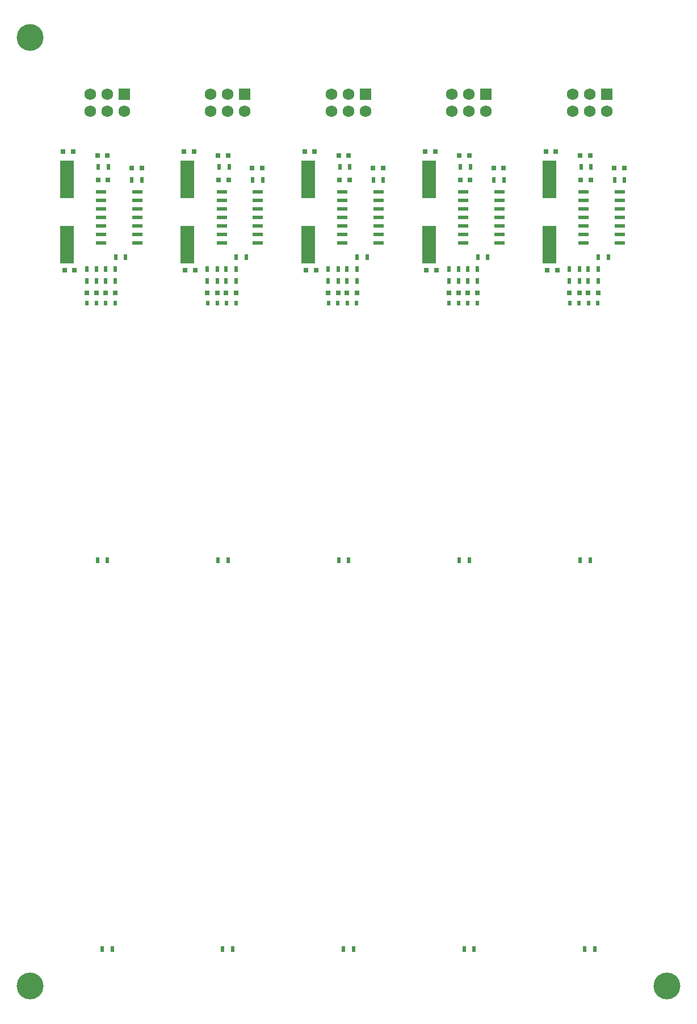
<source format=gbr>
G04 #@! TF.FileFunction,Soldermask,Top*
%FSLAX46Y46*%
G04 Gerber Fmt 4.6, Leading zero omitted, Abs format (unit mm)*
G04 Created by KiCad (PCBNEW (2015-05-18 BZR 5668)-product) date Fri 05 Jun 2015 08:01:52 AM EEST*
%MOMM*%
G01*
G04 APERTURE LIST*
%ADD10C,0.100000*%
%ADD11C,4.000000*%
%ADD12R,0.797560X0.797560*%
%ADD13R,2.100580X5.600700*%
%ADD14R,1.727200X1.727200*%
%ADD15C,1.727200*%
%ADD16R,0.600000X0.700000*%
%ADD17R,0.800000X0.750000*%
%ADD18R,0.500000X0.900000*%
%ADD19R,1.500000X0.600000*%
G04 APERTURE END LIST*
D10*
D11*
X177500000Y-167500000D03*
X82500000Y-167500000D03*
X82500000Y-26000000D03*
D12*
X169650700Y-45500000D03*
X171149300Y-45500000D03*
D13*
X160000000Y-56848860D03*
X160000000Y-47151140D03*
D14*
X168540000Y-34460000D03*
D15*
X168540000Y-37000000D03*
X166000000Y-34460000D03*
X166000000Y-37000000D03*
X163460000Y-34460000D03*
X163460000Y-37000000D03*
D16*
X164410000Y-65642000D03*
X163010000Y-65642000D03*
X167204000Y-65642000D03*
X165804000Y-65642000D03*
D17*
X159650000Y-60700000D03*
X161150000Y-60700000D03*
X159450000Y-43000000D03*
X160950000Y-43000000D03*
X164650000Y-47200000D03*
X166150000Y-47200000D03*
X164460000Y-64118000D03*
X162960000Y-64118000D03*
X165754000Y-64118000D03*
X167254000Y-64118000D03*
X166050000Y-43600000D03*
X164550000Y-43600000D03*
D18*
X166200000Y-45300000D03*
X164700000Y-45300000D03*
X167278000Y-58784000D03*
X168778000Y-58784000D03*
X166050000Y-104000000D03*
X164550000Y-104000000D03*
X164460000Y-60562000D03*
X162960000Y-60562000D03*
X165754000Y-60562000D03*
X167254000Y-60562000D03*
X162960000Y-62340000D03*
X164460000Y-62340000D03*
X167254000Y-62340000D03*
X165754000Y-62340000D03*
X171200000Y-47200000D03*
X169700000Y-47200000D03*
X166750000Y-162000000D03*
X165250000Y-162000000D03*
D19*
X165100000Y-48990000D03*
X165100000Y-50260000D03*
X165100000Y-51530000D03*
X165100000Y-52800000D03*
X165100000Y-54070000D03*
X165100000Y-55340000D03*
X165100000Y-56610000D03*
X170500000Y-56610000D03*
X170500000Y-55340000D03*
X170500000Y-54070000D03*
X170500000Y-52800000D03*
X170500000Y-51530000D03*
X170500000Y-50260000D03*
X170500000Y-48990000D03*
D11*
X177500000Y-167500000D03*
X82500000Y-167500000D03*
X82500000Y-26000000D03*
D12*
X169650700Y-45500000D03*
X171149300Y-45500000D03*
D13*
X160000000Y-56848860D03*
X160000000Y-47151140D03*
D14*
X168540000Y-34460000D03*
D15*
X168540000Y-37000000D03*
X166000000Y-34460000D03*
X166000000Y-37000000D03*
X163460000Y-34460000D03*
X163460000Y-37000000D03*
D16*
X164410000Y-65642000D03*
X163010000Y-65642000D03*
X167204000Y-65642000D03*
X165804000Y-65642000D03*
D17*
X159650000Y-60700000D03*
X161150000Y-60700000D03*
X159450000Y-43000000D03*
X160950000Y-43000000D03*
X164650000Y-47200000D03*
X166150000Y-47200000D03*
X164460000Y-64118000D03*
X162960000Y-64118000D03*
X165754000Y-64118000D03*
X167254000Y-64118000D03*
X166050000Y-43600000D03*
X164550000Y-43600000D03*
D18*
X166200000Y-45300000D03*
X164700000Y-45300000D03*
X167278000Y-58784000D03*
X168778000Y-58784000D03*
X166050000Y-104000000D03*
X164550000Y-104000000D03*
X164460000Y-60562000D03*
X162960000Y-60562000D03*
X165754000Y-60562000D03*
X167254000Y-60562000D03*
X162960000Y-62340000D03*
X164460000Y-62340000D03*
X167254000Y-62340000D03*
X165754000Y-62340000D03*
X171200000Y-47200000D03*
X169700000Y-47200000D03*
X166750000Y-162000000D03*
X165250000Y-162000000D03*
D19*
X165100000Y-48990000D03*
X165100000Y-50260000D03*
X165100000Y-51530000D03*
X165100000Y-52800000D03*
X165100000Y-54070000D03*
X165100000Y-55340000D03*
X165100000Y-56610000D03*
X170500000Y-56610000D03*
X170500000Y-55340000D03*
X170500000Y-54070000D03*
X170500000Y-52800000D03*
X170500000Y-51530000D03*
X170500000Y-50260000D03*
X170500000Y-48990000D03*
D12*
X151650700Y-45500000D03*
X153149300Y-45500000D03*
D13*
X142000000Y-56848860D03*
X142000000Y-47151140D03*
D14*
X150540000Y-34460000D03*
D15*
X150540000Y-37000000D03*
X148000000Y-34460000D03*
X148000000Y-37000000D03*
X145460000Y-34460000D03*
X145460000Y-37000000D03*
D16*
X146410000Y-65642000D03*
X145010000Y-65642000D03*
X149204000Y-65642000D03*
X147804000Y-65642000D03*
D17*
X141650000Y-60700000D03*
X143150000Y-60700000D03*
X141450000Y-43000000D03*
X142950000Y-43000000D03*
X146650000Y-47200000D03*
X148150000Y-47200000D03*
X146460000Y-64118000D03*
X144960000Y-64118000D03*
X147754000Y-64118000D03*
X149254000Y-64118000D03*
X148050000Y-43600000D03*
X146550000Y-43600000D03*
D18*
X148200000Y-45300000D03*
X146700000Y-45300000D03*
X149278000Y-58784000D03*
X150778000Y-58784000D03*
X148050000Y-104000000D03*
X146550000Y-104000000D03*
X146460000Y-60562000D03*
X144960000Y-60562000D03*
X147754000Y-60562000D03*
X149254000Y-60562000D03*
X144960000Y-62340000D03*
X146460000Y-62340000D03*
X149254000Y-62340000D03*
X147754000Y-62340000D03*
X153200000Y-47200000D03*
X151700000Y-47200000D03*
X148750000Y-162000000D03*
X147250000Y-162000000D03*
D19*
X147100000Y-48990000D03*
X147100000Y-50260000D03*
X147100000Y-51530000D03*
X147100000Y-52800000D03*
X147100000Y-54070000D03*
X147100000Y-55340000D03*
X147100000Y-56610000D03*
X152500000Y-56610000D03*
X152500000Y-55340000D03*
X152500000Y-54070000D03*
X152500000Y-52800000D03*
X152500000Y-51530000D03*
X152500000Y-50260000D03*
X152500000Y-48990000D03*
D12*
X115650700Y-45500000D03*
X117149300Y-45500000D03*
D13*
X106000000Y-56848860D03*
X106000000Y-47151140D03*
D14*
X114540000Y-34460000D03*
D15*
X114540000Y-37000000D03*
X112000000Y-34460000D03*
X112000000Y-37000000D03*
X109460000Y-34460000D03*
X109460000Y-37000000D03*
D16*
X110410000Y-65642000D03*
X109010000Y-65642000D03*
X113204000Y-65642000D03*
X111804000Y-65642000D03*
D17*
X105650000Y-60700000D03*
X107150000Y-60700000D03*
X105450000Y-43000000D03*
X106950000Y-43000000D03*
X110650000Y-47200000D03*
X112150000Y-47200000D03*
X110460000Y-64118000D03*
X108960000Y-64118000D03*
X111754000Y-64118000D03*
X113254000Y-64118000D03*
X112050000Y-43600000D03*
X110550000Y-43600000D03*
D18*
X112200000Y-45300000D03*
X110700000Y-45300000D03*
X113278000Y-58784000D03*
X114778000Y-58784000D03*
X112050000Y-104000000D03*
X110550000Y-104000000D03*
X110460000Y-60562000D03*
X108960000Y-60562000D03*
X111754000Y-60562000D03*
X113254000Y-60562000D03*
X108960000Y-62340000D03*
X110460000Y-62340000D03*
X113254000Y-62340000D03*
X111754000Y-62340000D03*
X117200000Y-47200000D03*
X115700000Y-47200000D03*
X112750000Y-162000000D03*
X111250000Y-162000000D03*
D19*
X111100000Y-48990000D03*
X111100000Y-50260000D03*
X111100000Y-51530000D03*
X111100000Y-52800000D03*
X111100000Y-54070000D03*
X111100000Y-55340000D03*
X111100000Y-56610000D03*
X116500000Y-56610000D03*
X116500000Y-55340000D03*
X116500000Y-54070000D03*
X116500000Y-52800000D03*
X116500000Y-51530000D03*
X116500000Y-50260000D03*
X116500000Y-48990000D03*
D12*
X97650700Y-45500000D03*
X99149300Y-45500000D03*
D13*
X88000000Y-56848860D03*
X88000000Y-47151140D03*
D14*
X96540000Y-34460000D03*
D15*
X96540000Y-37000000D03*
X94000000Y-34460000D03*
X94000000Y-37000000D03*
X91460000Y-34460000D03*
X91460000Y-37000000D03*
D16*
X92410000Y-65642000D03*
X91010000Y-65642000D03*
X95204000Y-65642000D03*
X93804000Y-65642000D03*
D17*
X87650000Y-60700000D03*
X89150000Y-60700000D03*
X87450000Y-43000000D03*
X88950000Y-43000000D03*
X92650000Y-47200000D03*
X94150000Y-47200000D03*
X92460000Y-64118000D03*
X90960000Y-64118000D03*
X93754000Y-64118000D03*
X95254000Y-64118000D03*
X94050000Y-43600000D03*
X92550000Y-43600000D03*
D18*
X94200000Y-45300000D03*
X92700000Y-45300000D03*
X95278000Y-58784000D03*
X96778000Y-58784000D03*
X94050000Y-104000000D03*
X92550000Y-104000000D03*
X92460000Y-60562000D03*
X90960000Y-60562000D03*
X93754000Y-60562000D03*
X95254000Y-60562000D03*
X90960000Y-62340000D03*
X92460000Y-62340000D03*
X95254000Y-62340000D03*
X93754000Y-62340000D03*
X99200000Y-47200000D03*
X97700000Y-47200000D03*
X94750000Y-162000000D03*
X93250000Y-162000000D03*
D19*
X93100000Y-48990000D03*
X93100000Y-50260000D03*
X93100000Y-51530000D03*
X93100000Y-52800000D03*
X93100000Y-54070000D03*
X93100000Y-55340000D03*
X93100000Y-56610000D03*
X98500000Y-56610000D03*
X98500000Y-55340000D03*
X98500000Y-54070000D03*
X98500000Y-52800000D03*
X98500000Y-51530000D03*
X98500000Y-50260000D03*
X98500000Y-48990000D03*
D12*
X133650700Y-45500000D03*
X135149300Y-45500000D03*
D13*
X124000000Y-56848860D03*
X124000000Y-47151140D03*
D14*
X132540000Y-34460000D03*
D15*
X132540000Y-37000000D03*
X130000000Y-34460000D03*
X130000000Y-37000000D03*
X127460000Y-34460000D03*
X127460000Y-37000000D03*
D16*
X128410000Y-65642000D03*
X127010000Y-65642000D03*
X131204000Y-65642000D03*
X129804000Y-65642000D03*
D17*
X123650000Y-60700000D03*
X125150000Y-60700000D03*
X123450000Y-43000000D03*
X124950000Y-43000000D03*
X128650000Y-47200000D03*
X130150000Y-47200000D03*
X128460000Y-64118000D03*
X126960000Y-64118000D03*
X129754000Y-64118000D03*
X131254000Y-64118000D03*
X130050000Y-43600000D03*
X128550000Y-43600000D03*
D18*
X130200000Y-45300000D03*
X128700000Y-45300000D03*
X131278000Y-58784000D03*
X132778000Y-58784000D03*
X130050000Y-104000000D03*
X128550000Y-104000000D03*
X128460000Y-60562000D03*
X126960000Y-60562000D03*
X129754000Y-60562000D03*
X131254000Y-60562000D03*
X126960000Y-62340000D03*
X128460000Y-62340000D03*
X131254000Y-62340000D03*
X129754000Y-62340000D03*
X135200000Y-47200000D03*
X133700000Y-47200000D03*
X130750000Y-162000000D03*
X129250000Y-162000000D03*
D19*
X129100000Y-48990000D03*
X129100000Y-50260000D03*
X129100000Y-51530000D03*
X129100000Y-52800000D03*
X129100000Y-54070000D03*
X129100000Y-55340000D03*
X129100000Y-56610000D03*
X134500000Y-56610000D03*
X134500000Y-55340000D03*
X134500000Y-54070000D03*
X134500000Y-52800000D03*
X134500000Y-51530000D03*
X134500000Y-50260000D03*
X134500000Y-48990000D03*
M02*

</source>
